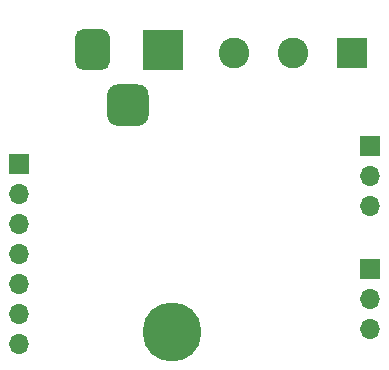
<source format=gbr>
%TF.GenerationSoftware,KiCad,Pcbnew,5.1.9+dfsg1-1+deb11u1*%
%TF.CreationDate,2023-02-22T14:32:47-05:00*%
%TF.ProjectId,DAC8811-sch,44414338-3831-4312-9d73-63682e6b6963,rev?*%
%TF.SameCoordinates,Original*%
%TF.FileFunction,Soldermask,Bot*%
%TF.FilePolarity,Negative*%
%FSLAX46Y46*%
G04 Gerber Fmt 4.6, Leading zero omitted, Abs format (unit mm)*
G04 Created by KiCad (PCBNEW 5.1.9+dfsg1-1+deb11u1) date 2023-02-22 14:32:47*
%MOMM*%
%LPD*%
G01*
G04 APERTURE LIST*
%ADD10R,1.700000X1.700000*%
%ADD11O,1.700000X1.700000*%
%ADD12R,3.500000X3.500000*%
%ADD13R,2.600000X2.600000*%
%ADD14C,2.600000*%
%ADD15C,5.000000*%
G04 APERTURE END LIST*
D10*
%TO.C,J1*%
X112776000Y-109728000D03*
D11*
X112776000Y-112268000D03*
X112776000Y-114808000D03*
X112776000Y-117348000D03*
X112776000Y-119888000D03*
X112776000Y-122428000D03*
X112776000Y-124968000D03*
%TD*%
D12*
%TO.C,J3*%
X124968000Y-100076000D03*
G36*
G01*
X117468000Y-101076000D02*
X117468000Y-99076000D01*
G75*
G02*
X118218000Y-98326000I750000J0D01*
G01*
X119718000Y-98326000D01*
G75*
G02*
X120468000Y-99076000I0J-750000D01*
G01*
X120468000Y-101076000D01*
G75*
G02*
X119718000Y-101826000I-750000J0D01*
G01*
X118218000Y-101826000D01*
G75*
G02*
X117468000Y-101076000I0J750000D01*
G01*
G37*
G36*
G01*
X120218000Y-105651000D02*
X120218000Y-103901000D01*
G75*
G02*
X121093000Y-103026000I875000J0D01*
G01*
X122843000Y-103026000D01*
G75*
G02*
X123718000Y-103901000I0J-875000D01*
G01*
X123718000Y-105651000D01*
G75*
G02*
X122843000Y-106526000I-875000J0D01*
G01*
X121093000Y-106526000D01*
G75*
G02*
X120218000Y-105651000I0J875000D01*
G01*
G37*
%TD*%
D10*
%TO.C,J4*%
X142494000Y-118618000D03*
D11*
X142494000Y-121158000D03*
X142494000Y-123698000D03*
%TD*%
%TO.C,J5*%
X142494000Y-113284000D03*
X142494000Y-110744000D03*
D10*
X142494000Y-108204000D03*
%TD*%
D13*
%TO.C,J2*%
X140970000Y-100330000D03*
D14*
X135970000Y-100330000D03*
X130970000Y-100330000D03*
%TD*%
D15*
%TO.C,H1*%
X125730000Y-123952000D03*
%TD*%
M02*

</source>
